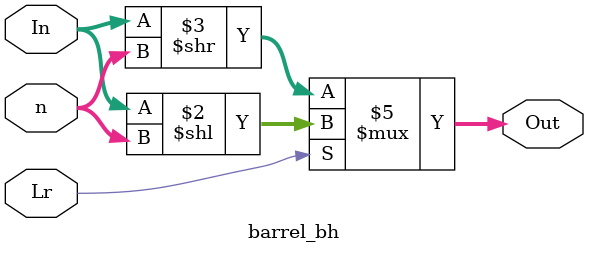
<source format=v>

/**************************************************
P1.1 8-bit BARREL SHIFTER BEHAVIORAL
************************************************/

module barrel_bh(Out,In,Lr,n);

	input [7:0]In;
	input [2:0]n;
	input Lr;
	output reg [7:0]Out;

	always@(*) begin
		if(Lr)
			Out = In << n;
		else
			Out = In >> n;
	end // always@(*)

endmodule
</source>
